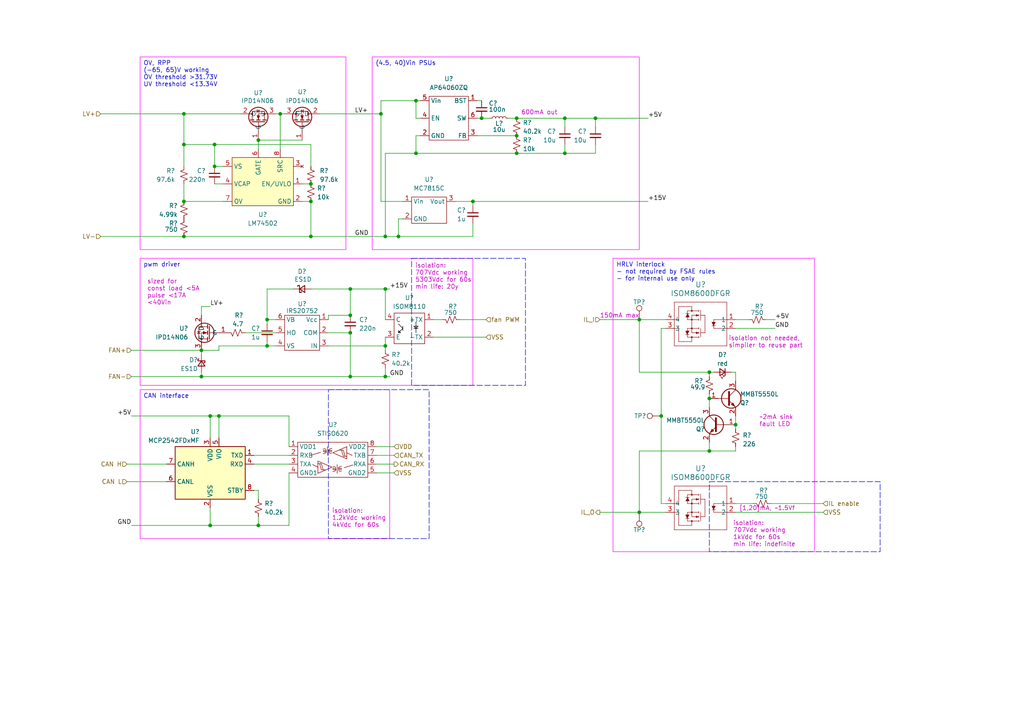
<source format=kicad_sch>
(kicad_sch (version 20250114) (generator "eeschema") (generator_version "9.0")
  (paper "A4")
  (title_block (title "Voltage Tap A") (company "BeeMS"))
  (lib_symbols
    (symbol "Connector:TestPoint" (pin_numbers (hide yes)) (pin_names (offset 0.762) (hide yes))
      (property "Reference" "TP" (at 0 6.858 0))
      (property "Value" "TestPoint" (at 0 5.08 0))
      (symbol "TestPoint_1_1"
        (pin passive line (at 0 0 90) (length 2.54) (name "1") (number "1"))
      )
    )
    (symbol "Device:C_Small" (pin_numbers (hide yes)) (pin_names (offset 0.254) (hide yes))
      (property "Reference" "C" (at 0.254 1.778 0))
      (property "Value" "C_Small" (at 0.254 -2.032 0))
      (symbol "C_Small_1_1"
        (pin passive line (at 0 2.54 270) (length 2.032) (name "~") (number "1"))
        (pin passive line (at 0 -2.54 90) (length 2.032) (name "~") (number "2"))
      )
    )
    (symbol "Device:D_Schottky_Small" (pin_numbers (hide yes)) (pin_names (offset 0.254) (hide yes))
      (property "Reference" "D" (at -1.27 2.032 0))
      (property "Value" "D_Schottky_Small" (at -7.112 -2.032 0))
      (symbol "D_Schottky_Small_1_1"
        (pin passive line (at -2.54 0 0) (length 1.778) (name "K") (number "1"))
        (pin passive line (at 2.54 0 180) (length 1.778) (name "A") (number "2"))
      )
    )
    (symbol "Device:LED_Small" (pin_numbers (hide yes)) (pin_names (offset 0.254) (hide yes))
      (property "Reference" "D" (at -1.27 3.175 0))
      (property "Value" "LED_Small" (at -4.445 -2.54 0))
      (symbol "LED_Small_1_1"
        (pin passive line (at -2.54 0 0) (length 1.778) (name "K") (number "1"))
        (pin passive line (at 2.54 0 180) (length 1.778) (name "A") (number "2"))
      )
    )
    (symbol "Device:L_Small" (pin_numbers (hide yes)) (pin_names (offset 0.254) (hide yes))
      (property "Reference" "L" (at 0.762 1.016 0))
      (property "Value" "L_Small" (at 0.762 -1.016 0))
      (symbol "L_Small_1_1"
        (pin passive line (at 0 2.54 270) (length 0.508) (name "~") (number "1"))
        (pin passive line (at 0 -2.54 90) (length 0.508) (name "~") (number "2"))
      )
    )
    (symbol "Device:R_Small_US" (pin_numbers (hide yes)) (pin_names (offset 0.254) (hide yes))
      (property "Reference" "R" (at 0.762 0.508 0))
      (property "Value" "R_Small_US" (at 0.762 -1.016 0))
      (symbol "R_Small_US_1_1"
        (pin passive line (at 0 2.54 270) (length 1.016) (name "~") (number "1"))
        (pin passive line (at 0 -2.54 90) (length 1.016) (name "~") (number "2"))
      )
    )
    (symbol "Interface_CAN_LIN:MCP2542FDxMF"
      (property "Reference" "U" (at -10.16 8.89 0))
      (property "Value" "MCP2542FDxMF" (at 2.54 8.89 0))
      (symbol "MCP2542FDxMF_1_1"
        (pin input line (at -12.7 5.08 0) (length 2.54) (name "TXD") (number "1"))
        (pin output line (at -12.7 2.54 0) (length 2.54) (name "RXD") (number "4"))
        (pin input line (at -12.7 -5.08 0) (length 2.54) (name "STBY") (number "8"))
        (pin power_in line (at -2.54 10.16 270) (length 2.54) (name "VIO") (number "5"))
        (pin power_in line (at 0 10.16 270) (length 2.54) (name "VDD") (number "3"))
        (pin power_in line (at 0 -10.16 90) (length 2.54) (name "VSS") (number "2"))
        (pin passive line (at 0 -10.16 90) (length 2.54) (hide yes) (name "VSS") (number "9"))
        (pin bidirectional line (at 12.7 2.54 180) (length 2.54) (name "CANH") (number "7"))
        (pin bidirectional line (at 12.7 -2.54 180) (length 2.54) (name "CANL") (number "6"))
      )
    )
    (symbol "Transistor_BJT:MMBT5550L" (pin_names (offset 0) (hide yes))
      (property "Reference" "Q" (at 5.08 1.905 0))
      (property "Value" "MMBT5550L" (at 5.08 0 0))
      (symbol "MMBT5550L_1_1"
        (pin input line (at -5.08 0 0) (length 2.54) (name "B") (number "1"))
        (pin passive line (at 2.54 5.08 270) (length 2.54) (name "C") (number "3"))
        (pin passive line (at 2.54 -5.08 90) (length 2.54) (name "E") (number "2"))
      )
    )
    (symbol "zzLocalLibrary:AP64060ZQ"
      (property "Reference" "U" (at 0.254 6.096 0))
      (property "Value" "AP64060ZQ" (at 0.508 3.81 0))
      (symbol "AP64060ZQ_1_1"
        (pin input line (at -7.62 1.27 0) (length 2.54) (name "Vin") (number "5"))
        (pin input line (at -7.62 -3.81 0) (length 2.54) (name "EN") (number "4"))
        (pin input line (at -7.62 -8.89 0) (length 2.54) (name "GND") (number "2"))
        (pin input line (at 8.89 1.27 180) (length 2.54) (name "BST") (number "1"))
        (pin input line (at 8.89 -3.81 180) (length 2.54) (name "SW") (number "6"))
        (pin input line (at 8.89 -8.89 180) (length 2.54) (name "FB") (number "3"))
      )
    )
    (symbol "zzLocalLibrary:IPD14N06S2"
      (property "Reference" "U" (at 6.858 0.762 0))
      (property "Value" "IPD14N06" (at 6.604 -1.27 0))
      (symbol "IPD14N06S2_1_1"
        (pin input line (at -7.62 0 0) (length 2.54) (name "G") (number "1"))
        (pin passive line (at 0 5.08 270) (length 2.54) (name "D") (number "2"))
        (pin passive line (at 0 -5.08 90) (length 2.54) (name "S") (number "3"))
      )
    )
    (symbol "zzLocalLibrary:IRS20752LTRPBF"
      (property "Reference" "U" (at 0 8.382 0))
      (property "Value" "IRS20752" (at 0 6.35 0))
      (symbol "IRS20752LTRPBF_1_1"
        (pin input line (at -7.62 3.81 0) (length 2.54) (name "Vcc") (number "1"))
        (pin input line (at -7.62 0 0) (length 2.54) (name "COM") (number "2"))
        (pin input line (at -7.62 -3.81 0) (length 2.54) (name "IN") (number "3"))
        (pin input line (at 7.62 3.81 180) (length 2.54) (name "VB") (number "6"))
        (pin input line (at 7.62 0 180) (length 2.54) (name "HO") (number "5"))
        (pin input line (at 7.62 -3.81 180) (length 2.54) (name "VS") (number "4"))
      )
    )
    (symbol "zzLocalLibrary:ISOM811_0_3"
      (property "Reference" "U" (at -0.508 6.858 0))
      (property "Value" "ISOM8110" (at -0.508 5.334 0))
      (symbol "ISOM811_0_3_1_1"
        (pin input line (at -7.62 2.54 0) (length 2.54) (name "+TX") (number "1"))
        (pin input line (at -7.62 -2.54 0) (length 2.54) (name "-TX") (number "2"))
        (pin power_in line (at 6.35 2.54 180) (length 2.54) (name "C") (number "4"))
        (pin power_out line (at 6.35 -2.54 180) (length 2.54) (name "E") (number "3"))
      )
    )
    (symbol "zzLocalLibrary:ISOM8600DFGR" (pin_names (offset 0.254))
      (property "Reference" "U" (at 0 11.43 0))
      (property "Value" "ISOM8600DFGR" (at 0 8.89 0))
      (symbol "ISOM8600DFGR_1_1"
        (pin input line (at -10.16 1.27 0) (length 2.54) (name "1") (number "1"))
        (pin input line (at -10.16 -1.27 0) (length 2.54) (name "2") (number "2"))
        (pin bidirectional line (at 10.16 1.27 180) (length 2.54) (name "4") (number "4"))
        (pin bidirectional line (at 10.16 -1.27 180) (length 2.54) (name "3") (number "3"))
      )
    )
    (symbol "zzLocalLibrary:LM74502"
      (property "Reference" "U" (at 0 -7.366 0))
      (property "Value" "LM74502" (at 0 -2.794 0))
      (symbol "LM74502_1_1"
        (pin input line (at -11.43 5.08 0) (length 2.54) (name "VS") (number "5"))
        (pin input line (at -11.43 0 0) (length 2.54) (name "VCAP") (number "4"))
        (pin input line (at -11.43 -5.08 0) (length 2.54) (name "OV") (number "7"))
        (pin input line (at -1.27 10.16 270) (length 2.54) (name "GATE") (number "6"))
        (pin input line (at 5.08 10.16 270) (length 2.54) (name "SRC") (number "8"))
        (pin no_connect line (at 11.43 5.08 180) (length 2.54) (name "") (number "3"))
        (pin input line (at 11.43 0 180) (length 2.54) (name "EN/UVLO") (number "1"))
        (pin input line (at 11.43 -5.08 180) (length 2.54) (name "GND") (number "2"))
      )
    )
    (symbol "zzLocalLibrary:MC7815C"
      (property "Reference" "U" (at 0 6.858 0))
      (property "Value" "MC7815C" (at 0 5.08 0))
      (symbol "MC7815C_1_1"
        (pin power_in line (at -7.62 2.54 0) (length 2.54) (name "Vin") (number "1"))
        (pin power_in line (at -7.62 -2.54 0) (length 2.54) (name "GND") (number "2"))
        (pin power_out line (at 7.62 2.54 180) (length 2.54) (name "Vout") (number "3"))
      )
    )
    (symbol "zzLocalLibrary:STISO621"
      (property "Reference" "U" (at -0.254 6.35 0))
      (property "Value" "STISO620" (at 0 0 0))
      (symbol "STISO621_1_1"
        (pin input line (at -12.7 3.81 0) (length 2.54) (name "VDD1") (number "1"))
        (pin input line (at -12.7 1.27 0) (length 2.54) (name "RXB") (number "2"))
        (pin input line (at -12.7 -1.27 0) (length 2.54) (name "TXA") (number "3"))
        (pin input line (at -12.7 -3.81 0) (length 2.54) (name "GND1") (number "4"))
        (pin input line (at 12.7 3.81 180) (length 2.54) (name "VDD2") (number "8"))
        (pin input line (at 12.7 1.27 180) (length 2.54) (name "TXB") (number "7"))
        (pin input line (at 12.7 -1.27 180) (length 2.54) (name "RXA") (number "6"))
        (pin input line (at 12.7 -3.81 180) (length 2.54) (name "GND2") (number "5"))
      )
    )
  )
  (rectangle (start 95.25 113.03) (end 124.46 156.21) (stroke (width 0) (type dash)))
  (rectangle (start 119.38 74.93) (end 152.4 111.76) (stroke (width 0) (type dash)))
  (rectangle (start 205.74 139.7) (end 255.27 160.02) (stroke (width 0) (type dash)))
  (text "600mA out" (at 151.13 32.004 0) (effects (font (size 1.27 1.27)) (justify left top)))
  (text "~2mA sink \nfault LED" (at 220.218 120.396 0) (effects (font (size 1.27 1.27)) (justify left top)))
  (text "[1,20]mA, ~1.5Vf" (at 214.376 146.812 0) (effects (font (size 1.27 1.27)) (justify left top)))
  (text "isolation:\n1.2kVdc working\n4kVdc for 60s" (at 96.266 147.574 0) (effects (font (size 1.27 1.27)) (justify left top)))
  (text "isolation:\n707Vdc working\n1kVdc for 60s\nmin life: indefinite" (at 212.598 151.13 0) (effects (font (size 1.27 1.27)) (justify left top)))
  (text "sized for\nconst load <5A\npulse <17A\n<40Vin" (at 42.672 81.026 0) (effects (font (size 1.27 1.27)) (justify left top)))
  (text "isolation:\n707Vdc working\n5303Vdc for 60s\nmin life: 20y" (at 120.396 76.454 0) (effects (font (size 1.27 1.27)) (justify left top)))
  (text "150mA max" (at 173.99 90.932 0) (effects (font (size 1.27 1.27)) (justify left top)))
  (text "isolation not needed,\nsimpiler to reuse part" (at 211.328 97.536 0) (effects (font (size 1.27 1.27)) (justify left top)))
  (text_box "HRLV interlock\n- not required by FSAE rules\n- for internal use only" (at 177.8 74.93 0) (size 58.42 85.09) (margins 0.9525 0.9525 0.9525 0.9525) (stroke (width 0) (color 255 0 255 1)) (effects (font (size 1.27 1.27)) (justify left top)))
  (text_box "CAN interface" (at 40.64 113.03 0) (size 72.39 43.18) (margins 0.9525 0.9525 0.9525 0.9525) (stroke (width 0) (color 255 0 255 1)) (effects (font (size 1.27 1.27)) (justify left top)))
  (text_box "OV, RPP\n(-65, 65)V working\nOV threshold >31.73V\nUV threshold <13.34V" (at 40.64 16.51 0) (size 59.69 55.88) (margins 0.9525 0.9525 0.9525 0.9525) (stroke (width 0) (color 255 0 255 1)) (effects (font (size 1.27 1.27)) (justify left top)))
  (text_box "pwm driver" (at 40.64 74.93 0) (size 96.52 36.83) (margins 0.9525 0.9525 0.9525 0.9525) (stroke (width 0) (color 255 0 255 1)) (effects (font (size 1.27 1.27)) (justify left top)))
  (text_box "(4.5, 40)Vin PSUs" (at 107.95 16.51 0) (size 77.47 55.88) (margins 0.9525 0.9525 0.9525 0.9525) (stroke (width 0) (color 255 0 255 1)) (effects (font (size 1.27 1.27)) (justify left top)))
  (junction (at 139.7 34.29))
  (junction (at 81.28 33.02))
  (junction (at 149.86 34.29))
  (junction (at 137.16 58.42))
  (junction (at 205.74 130.81))
  (junction (at 111.76 83.82))
  (junction (at 62.23 41.91))
  (junction (at 63.5 120.65))
  (junction (at 60.96 152.4))
  (junction (at 60.96 120.65))
  (junction (at 53.34 41.91))
  (junction (at 74.93 40.64))
  (junction (at 101.6 109.22))
  (junction (at 205.74 107.95))
  (junction (at 163.83 44.45))
  (junction (at 191.77 120.65))
  (junction (at 77.47 92.71))
  (junction (at 213.36 123.19))
  (junction (at 62.23 48.26))
  (junction (at 149.86 39.37))
  (junction (at 53.34 68.58))
  (junction (at 149.86 44.45))
  (junction (at 205.74 115.57))
  (junction (at 111.76 100.33))
  (junction (at 101.6 83.82))
  (junction (at 115.57 68.58))
  (junction (at 53.34 58.42))
  (junction (at 90.17 58.42))
  (junction (at 74.93 152.4))
  (junction (at 111.76 109.22))
  (junction (at 101.6 91.44))
  (junction (at 101.6 96.52))
  (junction (at 120.65 44.45))
  (junction (at 53.34 33.02))
  (junction (at 58.42 109.22))
  (junction (at 185.42 92.71))
  (junction (at 58.42 101.6))
  (junction (at 111.76 68.58))
  (junction (at 90.17 68.58))
  (junction (at 185.42 148.59))
  (junction (at 120.65 29.21))
  (junction (at 77.47 100.33))
  (junction (at 110.49 33.02))
  (junction (at 163.83 34.29))
  (junction (at 172.72 34.29))
  (junction (at 90.17 53.34))
  (wire (pts (xy 116.84 63.5) (xy 115.57 63.5)))
  (wire (pts (xy 205.74 128.27) (xy 205.74 130.81)))
  (wire (pts (xy 173.99 92.71) (xy 185.42 92.71)))
  (wire (pts (xy 191.77 95.25) (xy 193.04 95.25)))
  (wire (pts (xy 205.74 130.81) (xy 213.36 130.81)))
  (wire (pts (xy 38.1 109.22) (xy 58.42 109.22)))
  (wire (pts (xy 63.5 100.33) (xy 63.5 101.6)))
  (wire (pts (xy 77.47 100.33) (xy 77.47 99.06)))
  (wire (pts (xy 53.34 41.91) (xy 53.34 48.26)))
  (wire (pts (xy 60.96 88.9) (xy 58.42 88.9)))
  (wire (pts (xy 191.77 95.25) (xy 191.77 120.65)))
  (wire (pts (xy 36.83 139.7) (xy 48.26 139.7)))
  (wire (pts (xy 125.73 92.71) (xy 128.27 92.71)))
  (wire (pts (xy 90.17 48.26) (xy 90.17 41.91)))
  (wire (pts (xy 80.01 100.33) (xy 77.47 100.33)))
  (wire (pts (xy 83.82 120.65) (xy 83.82 129.54)))
  (wire (pts (xy 149.86 44.45) (xy 163.83 44.45)))
  (wire (pts (xy 139.7 34.29) (xy 142.24 34.29)))
  (wire (pts (xy 77.47 92.71) (xy 80.01 92.71)))
  (wire (pts (xy 83.82 137.16) (xy 83.82 152.4)))
  (wire (pts (xy 90.17 83.82) (xy 101.6 83.82)))
  (wire (pts (xy 81.28 33.02) (xy 82.55 33.02)))
  (wire (pts (xy 60.96 152.4) (xy 60.96 147.32)))
  (wire (pts (xy 110.49 29.21) (xy 120.65 29.21)))
  (wire (pts (xy 163.83 36.83) (xy 163.83 34.29)))
  (wire (pts (xy 111.76 83.82) (xy 101.6 83.82)))
  (wire (pts (xy 53.34 53.34) (xy 53.34 58.42)))
  (wire (pts (xy 87.63 53.34) (xy 90.17 53.34)))
  (wire (pts (xy 138.43 34.29) (xy 139.7 34.29)))
  (wire (pts (xy 29.21 33.02) (xy 53.34 33.02)))
  (wire (pts (xy 60.96 120.65) (xy 63.5 120.65)))
  (wire (pts (xy 101.6 83.82) (xy 101.6 91.44)))
  (wire (pts (xy 74.93 144.78) (xy 74.93 142.24)))
  (wire (pts (xy 58.42 107.95) (xy 58.42 109.22)))
  (wire (pts (xy 115.57 68.58) (xy 137.16 68.58)))
  (wire (pts (xy 205.74 114.3) (xy 205.74 115.57)))
  (wire (pts (xy 114.3 134.62) (xy 109.22 134.62)))
  (wire (pts (xy 60.96 152.4) (xy 74.93 152.4)))
  (wire (pts (xy 111.76 100.33) (xy 111.76 101.6)))
  (wire (pts (xy 205.74 107.95) (xy 207.01 107.95)))
  (wire (pts (xy 38.1 101.6) (xy 58.42 101.6)))
  (wire (pts (xy 38.1 120.65) (xy 60.96 120.65)))
  (wire (pts (xy 185.42 148.59) (xy 193.04 148.59)))
  (wire (pts (xy 74.93 40.64) (xy 74.93 43.18)))
  (wire (pts (xy 191.77 146.05) (xy 193.04 146.05)))
  (wire (pts (xy 137.16 58.42) (xy 187.96 58.42)))
  (wire (pts (xy 29.21 68.58) (xy 53.34 68.58)))
  (wire (pts (xy 120.65 29.21) (xy 121.92 29.21)))
  (wire (pts (xy 205.74 115.57) (xy 205.74 118.11)))
  (wire (pts (xy 60.96 120.65) (xy 60.96 127)))
  (wire (pts (xy 163.83 34.29) (xy 149.86 34.29)))
  (wire (pts (xy 213.36 148.59) (xy 238.76 148.59)))
  (wire (pts (xy 53.34 68.58) (xy 90.17 68.58)))
  (wire (pts (xy 163.83 34.29) (xy 172.72 34.29)))
  (wire (pts (xy 222.25 92.71) (xy 224.79 92.71)))
  (wire (pts (xy 90.17 58.42) (xy 90.17 68.58)))
  (wire (pts (xy 172.72 44.45) (xy 163.83 44.45)))
  (wire (pts (xy 213.36 92.71) (xy 217.17 92.71)))
  (wire (pts (xy 53.34 33.02) (xy 69.85 33.02)))
  (wire (pts (xy 58.42 88.9) (xy 58.42 91.44)))
  (wire (pts (xy 58.42 109.22) (xy 101.6 109.22)))
  (wire (pts (xy 62.23 48.26) (xy 64.77 48.26)))
  (wire (pts (xy 213.36 130.81) (xy 213.36 129.54)))
  (wire (pts (xy 110.49 58.42) (xy 110.49 33.02)))
  (wire (pts (xy 95.25 91.44) (xy 95.25 92.71)))
  (wire (pts (xy 73.66 132.08) (xy 83.82 132.08)))
  (wire (pts (xy 62.23 53.34) (xy 64.77 53.34)))
  (wire (pts (xy 95.25 100.33) (xy 111.76 100.33)))
  (wire (pts (xy 38.1 152.4) (xy 60.96 152.4)))
  (wire (pts (xy 80.01 33.02) (xy 81.28 33.02)))
  (wire (pts (xy 115.57 63.5) (xy 115.57 68.58)))
  (wire (pts (xy 213.36 120.65) (xy 213.36 123.19)))
  (wire (pts (xy 120.65 44.45) (xy 149.86 44.45)))
  (wire (pts (xy 63.5 120.65) (xy 63.5 127)))
  (wire (pts (xy 111.76 109.22) (xy 113.03 109.22)))
  (wire (pts (xy 147.32 34.29) (xy 149.86 34.29)))
  (wire (pts (xy 111.76 44.45) (xy 120.65 44.45)))
  (wire (pts (xy 101.6 109.22) (xy 101.6 96.52)))
  (wire (pts (xy 74.93 40.64) (xy 87.63 40.64)))
  (wire (pts (xy 137.16 59.69) (xy 137.16 58.42)))
  (wire (pts (xy 212.09 107.95) (xy 213.36 107.95)))
  (wire (pts (xy 90.17 41.91) (xy 62.23 41.91)))
  (wire (pts (xy 110.49 29.21) (xy 110.49 33.02)))
  (wire (pts (xy 95.25 91.44) (xy 101.6 91.44)))
  (wire (pts (xy 77.47 93.98) (xy 77.47 92.71)))
  (wire (pts (xy 63.5 120.65) (xy 83.82 120.65)))
  (wire (pts (xy 80.01 96.52) (xy 71.12 96.52)))
  (wire (pts (xy 120.65 39.37) (xy 120.65 44.45)))
  (wire (pts (xy 90.17 68.58) (xy 111.76 68.58)))
  (wire (pts (xy 187.96 34.29) (xy 172.72 34.29)))
  (wire (pts (xy 121.92 39.37) (xy 120.65 39.37)))
  (wire (pts (xy 111.76 44.45) (xy 111.76 68.58)))
  (wire (pts (xy 74.93 142.24) (xy 73.66 142.24)))
  (wire (pts (xy 74.93 152.4) (xy 74.93 149.86)))
  (wire (pts (xy 92.71 33.02) (xy 110.49 33.02)))
  (wire (pts (xy 205.74 107.95) (xy 205.74 109.22)))
  (wire (pts (xy 53.34 33.02) (xy 53.34 41.91)))
  (wire (pts (xy 111.76 100.33) (xy 111.76 97.79)))
  (wire (pts (xy 114.3 137.16) (xy 109.22 137.16)))
  (wire (pts (xy 111.76 68.58) (xy 115.57 68.58)))
  (wire (pts (xy 77.47 100.33) (xy 63.5 100.33)))
  (wire (pts (xy 114.3 132.08) (xy 109.22 132.08)))
  (wire (pts (xy 53.34 58.42) (xy 64.77 58.42)))
  (wire (pts (xy 137.16 58.42) (xy 132.08 58.42)))
  (wire (pts (xy 213.36 146.05) (xy 218.44 146.05)))
  (wire (pts (xy 185.42 92.71) (xy 193.04 92.71)))
  (wire (pts (xy 62.23 41.91) (xy 53.34 41.91)))
  (wire (pts (xy 36.83 134.62) (xy 48.26 134.62)))
  (wire (pts (xy 111.76 106.68) (xy 111.76 109.22)))
  (wire (pts (xy 172.72 41.91) (xy 172.72 44.45)))
  (wire (pts (xy 138.43 29.21) (xy 139.7 29.21)))
  (wire (pts (xy 73.66 134.62) (xy 83.82 134.62)))
  (wire (pts (xy 62.23 41.91) (xy 62.23 48.26)))
  (wire (pts (xy 77.47 83.82) (xy 77.47 92.71)))
  (wire (pts (xy 173.99 148.59) (xy 185.42 148.59)))
  (wire (pts (xy 185.42 130.81) (xy 205.74 130.81)))
  (wire (pts (xy 81.28 33.02) (xy 81.28 43.18)))
  (wire (pts (xy 121.92 34.29) (xy 120.65 34.29)))
  (wire (pts (xy 137.16 68.58) (xy 137.16 64.77)))
  (wire (pts (xy 110.49 58.42) (xy 116.84 58.42)))
  (wire (pts (xy 213.36 95.25) (xy 224.79 95.25)))
  (wire (pts (xy 125.73 97.79) (xy 140.97 97.79)))
  (wire (pts (xy 185.42 107.95) (xy 185.42 92.71)))
  (wire (pts (xy 58.42 101.6) (xy 58.42 102.87)))
  (wire (pts (xy 113.03 83.82) (xy 111.76 83.82)))
  (wire (pts (xy 101.6 109.22) (xy 111.76 109.22)))
  (wire (pts (xy 163.83 44.45) (xy 163.83 41.91)))
  (wire (pts (xy 95.25 96.52) (xy 101.6 96.52)))
  (wire (pts (xy 120.65 34.29) (xy 120.65 29.21)))
  (wire (pts (xy 213.36 124.46) (xy 213.36 123.19)))
  (wire (pts (xy 185.42 107.95) (xy 205.74 107.95)))
  (wire (pts (xy 74.93 152.4) (xy 83.82 152.4)))
  (wire (pts (xy 149.86 39.37) (xy 138.43 39.37)))
  (wire (pts (xy 223.52 146.05) (xy 238.76 146.05)))
  (wire (pts (xy 191.77 120.65) (xy 191.77 146.05)))
  (wire (pts (xy 114.3 129.54) (xy 109.22 129.54)))
  (wire (pts (xy 85.09 83.82) (xy 77.47 83.82)))
  (wire (pts (xy 111.76 83.82) (xy 111.76 92.71)))
  (wire (pts (xy 185.42 130.81) (xy 185.42 148.59)))
  (wire (pts (xy 63.5 101.6) (xy 58.42 101.6)))
  (wire (pts (xy 90.17 58.42) (xy 87.63 58.42)))
  (wire (pts (xy 172.72 34.29) (xy 172.72 36.83)))
  (wire (pts (xy 133.35 92.71) (xy 140.97 92.71)))
  (wire (pts (xy 213.36 107.95) (xy 213.36 110.49)))
  (label "GND" (at 113.03 109.22 0))
  (label "GND" (at 102.87 68.58 0))
  (label "+15V" (at 187.96 58.42 0))
  (label "+5V" (at 38.1 120.65 180))
  (label "+15V" (at 113.03 83.82 0))
  (label "+5V" (at 187.96 34.29 0))
  (label "GND" (at 224.79 95.25 0))
  (label "+5V" (at 224.79 92.71 0))
  (label "LV+" (at 60.96 88.9 0))
  (label "GND" (at 38.1 152.4 180))
  (label "LV+" (at 102.87 33.02 0))
  (hierarchical_label "CAN L" (shape input) (at 36.83 139.7 180))
  (hierarchical_label "FAN-" (shape input) (at 38.1 109.22 180))
  (hierarchical_label "CAN_RX" (shape output) (at 114.3 134.62 0))
  (hierarchical_label "fan PWM" (shape input) (at 140.97 92.71 0))
  (hierarchical_label "FAN+" (shape input) (at 38.1 101.6 180))
  (hierarchical_label "IL_I" (shape input) (at 173.99 92.71 180))
  (hierarchical_label "LV-" (shape input) (at 29.21 68.58 180))
  (hierarchical_label "IL_O" (shape output) (at 173.99 148.59 180))
  (hierarchical_label "IL enable" (shape input) (at 238.76 146.05 0))
  (hierarchical_label "CAN_TX" (shape input) (at 114.3 132.08 0))
  (hierarchical_label "VSS" (shape input) (at 114.3 137.16 0))
  (hierarchical_label "VSS" (shape input) (at 140.97 97.79 0))
  (hierarchical_label "VSS" (shape input) (at 238.76 148.59 0))
  (hierarchical_label "LV+" (shape input) (at 29.21 33.02 180))
  (hierarchical_label "CAN H" (shape input) (at 36.83 134.62 180))
  (hierarchical_label "VDD" (shape input) (at 114.3 129.54 0))
  (symbol (lib_id "Device:R_Small_US") (at 130.81 92.71 90) (mirror x) (unit 1)
    (property "Reference" "R?" (at 132.588 88.9 90) (effects (justify left)))
    (property "Value" "750" (at 132.588 90.678 90) (effects (justify left)))
    (property "Footprint" "Resistor_SMD:R_1206_3216Metric_Pad1.30x1.75mm_HandSolder" (effects (hide yes)))
    (property "Datasheet" "https://www.mouser.com/ProductDetail/Panasonic/ERJ-P08F6800V?qs=iIVTEDlrHA3SVAPfz%2FMedg%3D%3D" (effects (hide yes)))
    (property "Description" "Resistor, US symbol" (effects (hide yes)))
    (property "mouser" "https://www.mouser.com/ProductDetail/YAGEO/RC1206JR-13750RL?qs=sGAEpiMZZMvdGkrng054t8AJgcdMkx7xRBGyMWDk%2FFM%3D" (effects (hide yes)))
    (property "specs" "750mOhm, 250mW, 5%, 100PPM, 200C, -55C, +155C" (effects (hide yes)))
    (property "unit x10" "0.022" (effects (hide yes)))
    (property "unit x1" "0.1" (effects (hide yes)))
  )
  (symbol (lib_id "Connector:TestPoint") (at 191.77 120.65 90) (unit 1) (in_bom no)
    (property "Reference" "TP?" (at 187.452 120.65 90) (effects (justify left)))
    (property "Value" "TestPoint" (effects (hide yes)))
    (property "Footprint" "TestPoint:TestPoint_Loop_D2.50mm_Drill1.0mm_LowProfile" (effects (hide yes)))
    (property "Description" "test point" (effects (hide yes)))
  )
  (symbol (lib_id "Device:R_Small_US") (at 74.93 147.32 180) (unit 1)
    (property "Reference" "R?" (at 76.708 146.05 0) (effects (justify right)))
    (property "Value" "40.2k" (at 76.708 148.59 0) (effects (justify right)))
    (property "Footprint" "Resistor_SMD:R_0805_2012Metric_Pad1.20x1.40mm_HandSolder" (effects (hide yes)))
    (property "Description" "Resistor, US symbol" (effects (hide yes)))
    (property "mouser" "https://www.mouser.com/ProductDetail/KOA-Speer/RK73H2ATTD4022F?qs=sGAEpiMZZMvdGkrng054txknJuA7M8fa4wn7EqIHwNI%3D" (effects (hide yes)))
    (property "specs" "40.2k ohm, 250mW, 1%, 150V, 100ppm, -55C, +155C" (effects (hide yes)))
    (property "unit x10" "0.02" (effects (hide yes)))
    (property "unit x1" "0.1" (effects (hide yes)))
  )
  (symbol (lib_id "Device:C_Small") (at 101.6 93.98 0) (unit 1)
    (property "Reference" "C?" (at 104.14 92.7162 0) (effects (justify left)))
    (property "Value" "220n" (at 104.14 95.2562 0) (effects (justify left)))
    (property "Footprint" "Capacitor_SMD:C_0805_2012Metric_Pad1.18x1.45mm_HandSolder" (effects (hide yes)))
    (property "Datasheet" "https://www.mouser.com/ProductDetail/Samsung-Electro-Mechanics/CL31B224KBFNNNF?qs=sGAEpiMZZMsh%252B1woXyUXj7iNKXiFkBmw7C%252BUlKpuDJ8%3D" (effects (hide yes)))
    (property "mouser" "https://www.mouser.com/ProductDetail/Samsung-Electro-Mechanics/CL21B224KCFSFNE?qs=664zcAxDQ0l4Y1eUk6Zc1g%3D%3D" (effects (hide yes)))
    (property "specs" "100VDC, X7R, 10%, -55C, +125C, 220nF" (effects (hide yes)))
    (property "unit x10" "0.054" (effects (hide yes)))
  )
  (symbol (lib_id "zzLocalLibrary:IPD14N06S2") (at 74.93 33.02 90) (unit 1)
    (property "Reference" "U?" (at 76.2 26.924 90) (effects (justify left)))
    (property "Value" "IPD14N06" (at 79.502 29.21 90) (effects (justify left)))
    (property "Footprint" "Package_TO_SOT_SMD:TO-252-2" (effects (hide yes)))
    (property "Datasheet" "https://www.mouser.com/datasheet/3/70/1/Infineon_IPD14N06S2_80_DS_v01_00_en.pdf" (effects (hide yes)))
    (property "Description" "55Vds, 17A cont, +-20Vgs, 3Vth, 47W, 80mOhm, -55C, +175C" (effects (hide yes)))
    (property "specs" "55Vds, 17A cont, +-20Vgs, 3Vth, 47W, 80mOhm, -55C, +175C " (effects (hide yes)))
    (property "mouser" "https://www.mouser.com/ProductDetail/Infineon-Technologies/IPD14N06S280ATMA2?qs=RJIhqtkBntOAqsj9jaDfIg%3D%3D" (effects (hide yes)))
    (property "unit x10" "0.345" (effects (hide yes)))
    (property "unit x1" "0.35" (effects (hide yes)))
  )
  (symbol (lib_id "Transistor_BJT:MMBT5550L") (at 210.82 115.57 0) (unit 1)
    (property "Reference" "Q?" (at 214.63 116.8401 0) (effects (justify left)))
    (property "Value" "MMBT5550L" (at 214.63 114.3001 0) (effects (justify left)))
    (property "Footprint" "Package_TO_SOT_SMD:SOT-23" (effects (hide yes)))
    (property "Datasheet" "www.onsemi.com/pub/Collateral/MMBT5550LT1-D.PDF" (effects (hide yes)))
    (property "Description" "0.6A Ic, 140V Vce, NPN Transistor, SOT-23" (effects (hide yes)))
    (property "mouser" "https://www.mouser.com/ProductDetail/onsemi/MMBT5550LT1G?qs=R2UZ7gjkEjKW3fmkaqXxTw%3D%3D" (effects (hide yes)))
    (property "unit x10" "0.087" (effects (hide yes)))
    (property "unit x1" "0.14" (effects (hide yes)))
  )
  (symbol (lib_id "zzLocalLibrary:MC7815C") (at 124.46 60.96 0) (unit 1)
    (property "Reference" "U?" (at 124.46 52.07 0))
    (property "Value" "MC7815C" (at 124.46 54.61 0))
    (property "Footprint" "Package_TO_SOT_SMD:TO-252-2" (effects (hide yes)))
    (property "Description" "LDO, 18Vout , 1A peak out, 200mA short, <35Vin, 6.5mA quen, 55mV load reg" (effects (hide yes)))
    (property "mouser" "https://www.mouser.com/ProductDetail/onsemi/MC7815CDTRKG?qs=%252B9%2Fcbd0IE0SW4oplppOwag%3D%3D&srsltid=AfmBOooVxbNCgvRQast1FGksjoJVZckKGH49eTexzE4ztjXgjhLzqzNt" (effects (hide yes)))
    (property "unit x10" "0.317" (effects (hide yes)))
    (property "unit x1" "0.45" (effects (hide yes)))
  )
  (symbol (lib_id "Interface_CAN_LIN:MCP2542FDxMF") (at 60.96 137.16 0) (mirror y) (unit 1)
    (property "Reference" "U?" (at 57.912 125.222 0) (effects (justify left)))
    (property "Value" "MCP2542FDxMF" (at 57.912 127.762 0) (effects (justify left)))
    (property "Footprint" "Package_SO:SOIC-8_3.9x4.9mm_P1.27mm" (effects (hide yes)))
    (property "Datasheet" "http://ww1.microchip.com/downloads/en/DeviceDoc/MCP2542FD-4FD-MCP2542WFD-4WFD-Data-Sheet20005514B.pdf" (effects (hide yes)))
    (property "Description" "CAN-FD Transceiver, Wake-Up on CAN activity, 8Mbps, 5V supply, STBY pin, 3x3 DFN-8" (effects (hide yes)))
    (property "mouser" "https://www.mouser.com/ProductDetail/579-MCP2542FD-E-SN" (effects (hide yes)))
    (property "unit x10" "0.86" (effects (hide yes)))
  )
  (symbol (lib_id "zzLocalLibrary:ISOM8600DFGR") (at 203.2 147.32 0) (mirror y) (unit 1)
    (property "Reference" "U?" (at 203.2 135.89 0) (effects (font (size 1.524 1.524))))
    (property "Value" "ISOM8600DFGR" (at 203.2 138.43 0) (effects (font (size 1.524 1.524))))
    (property "Footprint" "zzLocalLibraries-Footprints:SOIC4_DFG_TEX-M" (effects (hide yes)))
    (property "Datasheet" "https://www.ti.com/lit/gpn/isom8600" (effects (hide yes)))
    (property "mouser" "https://www.mouser.com/ProductDetail/Texas-Instruments/ISOM8600DFGR?qs=IKkN%2F947nfDtXT3NS%252B87%2Fg%3D%3D" (effects (hide yes)))
    (property "unit x10" "0.735" (effects (hide yes)))
    (property "unit x1" "0.82" (effects (hide yes)))
  )
  (symbol (lib_id "Device:R_Small_US") (at 90.17 55.88 180) (unit 1)
    (property "Reference" "R?" (at 91.948 54.61 0) (effects (justify right)))
    (property "Value" "10k" (at 91.948 57.15 0) (effects (justify right)))
    (property "Footprint" "Resistor_SMD:R_0805_2012Metric_Pad1.20x1.40mm_HandSolder" (effects (hide yes)))
    (property "Description" "Resistor, US symbol" (effects (hide yes)))
    (property "mouser" "https://www.mouser.com/ProductDetail/YAGEO/AC0805FR-7W10KL?qs=sGAEpiMZZMvdGkrng054t4v35oYz4BJEgsNpGKlk%252BQ%2FXDjzK07E4tA%3D%3D" (effects (hide yes)))
    (property "specs" "10k , 250mW, 150V, 1%, 100ppm, -55C, +155C" (effects (hide yes)))
    (property "unit x10" "0.015" (effects (hide yes)))
    (property "unit x1" "0.1" (effects (hide yes)))
  )
  (symbol (lib_id "Device:C_Small") (at 137.16 62.23 0) (mirror y) (unit 1)
    (property "Reference" "C?" (at 135.128 60.96 0) (effects (justify left)))
    (property "Value" "1u" (at 135.128 63.5 0) (effects (justify left)))
    (property "Footprint" "Capacitor_SMD:C_1206_3216Metric_Pad1.33x1.80mm_HandSolder" (effects (hide yes)))
    (property "mouser" "https://www.mouser.com/ProductDetail/Samsung-Electro-Mechanics/CL31B105KCHNNNE?qs=349EhDEZ59qH1i3RhF2lug%3D%3D" (effects (hide yes)))
    (property "specs" "1uF, 100VDC, X7R, 10%, -55C, +125C" (effects (hide yes)))
    (property "unit x10" "0.061" (effects (hide yes)))
    (property "unit x1" "0.15" (effects (hide yes)))
  )
  (symbol (lib_id "Device:R_Small_US") (at 205.74 111.76 0) (mirror x) (unit 1)
    (property "Reference" "R?" (at 203.962 110.49 0) (effects (justify right)))
    (property "Value" "49.9" (at 200.152 112.268 0) (effects (justify left)))
    (property "Footprint" "Resistor_SMD:R_0805_2012Metric_Pad1.20x1.40mm_HandSolder" (effects (hide yes)))
    (property "Description" "Resistor, US symbol" (effects (hide yes)))
    (property "mouser" "https://www.mouser.com/ProductDetail/Vishay/CRCW080549R9FKEA?qs=sGAEpiMZZMvdGkrng054txEw7b1YnvGudG63Yk9YxfA%3D" (effects (hide yes)))
    (property "specs" "49.9 ohm, 250mW, 1% , 150V, 100ppm" (effects (hide yes)))
    (property "unit x10" "0.026" (effects (hide yes)))
    (property "unit x1" "0.1" (effects (hide yes)))
  )
  (symbol (lib_id "Device:C_Small") (at 172.72 39.37 0) (mirror y) (unit 1)
    (property "Reference" "C?" (at 170.18 38.1062 0) (effects (justify left)))
    (property "Value" "10u" (at 170.18 40.6462 0) (effects (justify left)))
    (property "Footprint" "Capacitor_SMD:C_1206_3216Metric_Pad1.33x1.80mm_HandSolder" (effects (hide yes)))
    (property "mouser" "https://www.mouser.com/ProductDetail/Samsung-Electro-Mechanics/CL31A106KBHNNNE?qs=sGAEpiMZZMsh%252B1woXyUXjxqcB7t9naYpzWmpMbMJIKQ%3D" (effects (hide yes)))
    (property "specs" "10uF, 50VDC, X5R, 10%, -55C, +85C" (effects (hide yes)))
    (property "unit x10" "0.07" (effects (hide yes)))
  )
  (symbol (lib_id "Device:R_Small_US") (at 219.71 92.71 90) (mirror x) (unit 1)
    (property "Reference" "R?" (at 221.488 88.9 90) (effects (justify left)))
    (property "Value" "750" (at 221.488 90.678 90) (effects (justify left)))
    (property "Footprint" "Resistor_SMD:R_1206_3216Metric_Pad1.30x1.75mm_HandSolder" (effects (hide yes)))
    (property "Datasheet" "https://www.mouser.com/ProductDetail/Panasonic/ERJ-P08F6800V?qs=iIVTEDlrHA3SVAPfz%2FMedg%3D%3D" (effects (hide yes)))
    (property "Description" "Resistor, US symbol" (effects (hide yes)))
    (property "mouser" "https://www.mouser.com/ProductDetail/YAGEO/RC1206JR-13750RL?qs=sGAEpiMZZMvdGkrng054t8AJgcdMkx7xRBGyMWDk%2FFM%3D" (effects (hide yes)))
    (property "specs" "750mOhm, 250mW, 5%, 100PPM, 200C, -55C, +155C" (effects (hide yes)))
    (property "unit x10" "0.022" (effects (hide yes)))
    (property "unit x1" "0.1" (effects (hide yes)))
  )
  (symbol (lib_id "Device:R_Small_US") (at 90.17 50.8 180) (unit 1)
    (property "Reference" "R?" (at 92.71 49.5299 0) (effects (justify right)))
    (property "Value" "97.6k" (at 92.71 52.0699 0) (effects (justify right)))
    (property "Footprint" "Resistor_SMD:R_0805_2012Metric_Pad1.20x1.40mm_HandSolder" (effects (hide yes)))
    (property "Description" "Resistor, small US symbol" (effects (hide yes)))
    (property "mouser" "https://www.mouser.com/ProductDetail/KOA-Speer/RK73H2ATTD9762F?qs=sGAEpiMZZMvdGkrng054tz%252BUJoUq5nhIYmtkGFxIWAo%3D" (effects (hide yes)))
    (property "unit x10" "0.02" (effects (hide yes)))
    (property "unit x1" "0.1" (effects (hide yes)))
    (property "specs " "250mW, 97.6k, 1%, 100ppm, -55c, +155c, 150V" (effects (hide yes)))
  )
  (symbol (lib_id "Device:L_Small") (at 144.78 34.29 270) (mirror x) (unit 1)
    (property "Reference" "L?" (at 144.78 35.814 90))
    (property "Value" "10u" (at 144.78 37.592 90))
    (property "Footprint" "Inductor_SMD:L_1210_3225Metric_Pad1.42x2.65mm_HandSolder" (effects (hide yes)))
    (property "Description" "Inductor, small symbol" (effects (hide yes)))
    (property "mouser" "https://www.mouser.com/ProductDetail/TAIYO-YUDEN/BRL3225T100K?qs=sGAEpiMZZMv126LJFLh8y8CHgMb6WLnpT1waIvkMToE%3D" (effects (hide yes)))
    (property "unit x10" "0.146" (effects (hide yes)))
    (property "unit x1" "0.18" (effects (hide yes)))
    (property "specs" "10uH, 420mOhm, 700mA max, 900mA sat, 10%,  70MHz rez" (effects (hide yes)))
  )
  (symbol (lib_id "Device:LED_Small") (at 209.55 107.95 180) (unit 1)
    (property "Reference" "D?" (at 209.55 102.87 0))
    (property "Value" "red" (at 209.55 105.41 0))
    (property "Footprint" "LED_SMD:LED_0805_2012Metric_Pad1.15x1.40mm_HandSolder" (effects (hide yes)))
    (property "Description" "Light emitting diode, small symbol" (effects (hide yes)))
    (property "specs" "5mA, 75mW, 1.8Vf, 5Vr, 622nm, 35mcd" (effects (hide yes)))
    (property "mouser" "https://www.mouser.com/ProductDetail/Inolux/IN-S85CS5R?qs=stqOd1AaK7%2F0oCzTIXliSw%3D%3D" (effects (hide yes)))
    (property "unit x10" "0.14" (effects (hide yes)))
    (property "unit x1" "0.21" (effects (hide yes)))
  )
  (symbol (lib_id "Device:C_Small") (at 77.47 96.52 0) (mirror y) (unit 1)
    (property "Reference" "C?" (at 75.438 95.25 0) (effects (justify left)))
    (property "Value" "1u" (at 75.438 97.79 0) (effects (justify left)))
    (property "Footprint" "Capacitor_SMD:C_1206_3216Metric_Pad1.33x1.80mm_HandSolder" (effects (hide yes)))
    (property "mouser" "https://www.mouser.com/ProductDetail/Samsung-Electro-Mechanics/CL31B105KCHNNNE?qs=349EhDEZ59qH1i3RhF2lug%3D%3D" (effects (hide yes)))
    (property "specs" "1uF, 100VDC, X7R, 10%, -55C, +125C" (effects (hide yes)))
    (property "unit x10" "0.061" (effects (hide yes)))
    (property "unit x1" "0.15" (effects (hide yes)))
  )
  (symbol (lib_id "Device:R_Small_US") (at 53.34 66.04 0) (mirror x) (unit 1)
    (property "Reference" "R?" (at 49.022 64.77 0) (effects (justify left)))
    (property "Value" "750" (at 47.752 66.548 0) (effects (justify left)))
    (property "Footprint" "Resistor_SMD:R_1206_3216Metric_Pad1.30x1.75mm_HandSolder" (effects (hide yes)))
    (property "Datasheet" "https://www.mouser.com/ProductDetail/Panasonic/ERJ-P08F6800V?qs=iIVTEDlrHA3SVAPfz%2FMedg%3D%3D" (effects (hide yes)))
    (property "Description" "Resistor, US symbol" (effects (hide yes)))
    (property "mouser" "https://www.mouser.com/ProductDetail/YAGEO/RC1206JR-13750RL?qs=sGAEpiMZZMvdGkrng054t8AJgcdMkx7xRBGyMWDk%2FFM%3D" (effects (hide yes)))
    (property "specs" "750mOhm, 250mW, 5%, 100PPM, 200C, -55C, +155C" (effects (hide yes)))
    (property "unit x10" "0.022" (effects (hide yes)))
    (property "unit x1" "0.1" (effects (hide yes)))
  )
  (symbol (lib_id "zzLocalLibrary:ISOM8600DFGR") (at 203.2 93.98 0) (mirror y) (unit 1)
    (property "Reference" "U?" (at 203.2 82.55 0) (effects (font (size 1.524 1.524))))
    (property "Value" "ISOM8600DFGR" (at 203.2 85.09 0) (effects (font (size 1.524 1.524))))
    (property "Footprint" "zzLocalLibraries-Footprints:SOIC4_DFG_TEX-M" (effects (hide yes)))
    (property "Datasheet" "https://www.ti.com/lit/gpn/isom8600" (effects (hide yes)))
    (property "mouser" "https://www.mouser.com/ProductDetail/Texas-Instruments/ISOM8600DFGR?qs=IKkN%2F947nfDtXT3NS%252B87%2Fg%3D%3D" (effects (hide yes)))
    (property "unit x10" "0.735" (effects (hide yes)))
    (property "unit x1" "0.82" (effects (hide yes)))
  )
  (symbol (lib_id "zzLocalLibrary:IPD14N06S2") (at 87.63 33.02 270) (mirror x) (unit 1)
    (property "Reference" "U?" (at 87.63 26.67 90))
    (property "Value" "IPD14N06" (at 87.63 29.21 90))
    (property "Footprint" "Package_TO_SOT_SMD:TO-252-2" (effects (hide yes)))
    (property "Datasheet" "https://www.mouser.com/datasheet/3/70/1/Infineon_IPD14N06S2_80_DS_v01_00_en.pdf" (effects (hide yes)))
    (property "Description" "55Vds, 17A cont, +-20Vgs, 3Vth, 47W, 80mOhm, -55C, +175C" (effects (hide yes)))
    (property "specs" "55Vds, 17A cont, +-20Vgs, 3Vth, 47W, 80mOhm, -55C, +175C " (effects (hide yes)))
    (property "mouser" "https://www.mouser.com/ProductDetail/Infineon-Technologies/IPD14N06S280ATMA2?qs=RJIhqtkBntOAqsj9jaDfIg%3D%3D" (effects (hide yes)))
    (property "unit x10" "0.345" (effects (hide yes)))
    (property "unit x1" "0.35" (effects (hide yes)))
  )
  (symbol (lib_id "zzLocalLibrary:ISOM811_0_3") (at 118.11 95.25 0) (mirror y) (unit 1)
    (property "Reference" "U?" (at 118.745 86.36 0))
    (property "Value" "ISOM8110" (at 118.745 88.9 0))
    (property "Footprint" "zzLocalLibraries-Footprints:ISOM811_SOIC-4_DFG" (effects (hide yes)))
    (property "Datasheet" "https://www.ti.com/product/ISOM8111" (effects (hide yes)))
    (property "Description" "DC input, transistor output, single channel, opto-emulator with 150% to 230% CTR" (effects (hide yes)))
    (property "mouser" "https://www.mouser.com/ProductDetail/Texas-Instruments/ISOM8110DFGR?qs=mELouGlnn3cxIWDAbK%2FWDA%3D%3D" (effects (hide yes)))
    (property "unit x10" "0.231" (effects (hide yes)))
    (property "unit x1" "0.33" (effects (hide yes)))
    (property "specs" "1.5Vf, 5mA, 80Vce, 10mAout max" (effects (hide yes)))
  )
  (symbol (lib_id "Device:R_Small_US") (at 149.86 36.83 180) (unit 1)
    (property "Reference" "R?" (at 151.638 35.56 0) (effects (justify right)))
    (property "Value" "40.2k" (at 151.638 38.1 0) (effects (justify right)))
    (property "Footprint" "Resistor_SMD:R_0805_2012Metric_Pad1.20x1.40mm_HandSolder" (effects (hide yes)))
    (property "Description" "Resistor, US symbol" (effects (hide yes)))
    (property "mouser" "https://www.mouser.com/ProductDetail/KOA-Speer/RK73H2ATTD4022F?qs=sGAEpiMZZMvdGkrng054txknJuA7M8fa4wn7EqIHwNI%3D" (effects (hide yes)))
    (property "specs" "40.2k ohm, 250mW, 1%, 150V, 100ppm, -55C, +155C" (effects (hide yes)))
    (property "unit x10" "0.02" (effects (hide yes)))
    (property "unit x1" "0.1" (effects (hide yes)))
  )
  (symbol (lib_id "Device:R_Small_US") (at 53.34 50.8 0) (mirror x) (unit 1)
    (property "Reference" "R?" (at 50.8 49.5299 0) (effects (justify right)))
    (property "Value" "97.6k" (at 50.8 52.0699 0) (effects (justify right)))
    (property "Footprint" "Resistor_SMD:R_0805_2012Metric_Pad1.20x1.40mm_HandSolder" (effects (hide yes)))
    (property "Description" "Resistor, small US symbol" (effects (hide yes)))
    (property "mouser" "https://www.mouser.com/ProductDetail/KOA-Speer/RK73H2ATTD9762F?qs=sGAEpiMZZMvdGkrng054tz%252BUJoUq5nhIYmtkGFxIWAo%3D" (effects (hide yes)))
    (property "unit x10" "0.02" (effects (hide yes)))
    (property "unit x1" "0.1" (effects (hide yes)))
    (property "specs " "250mW, 97.6k, 1%, 100ppm, -55c, +155c, 150V" (effects (hide yes)))
  )
  (symbol (lib_id "zzLocalLibrary:AP64060ZQ") (at 129.54 30.48 0) (unit 1)
    (property "Reference" "U?" (at 130.175 22.86 0))
    (property "Value" "AP64060ZQ" (at 130.175 25.4 0))
    (property "Footprint" "Package_TO_SOT_SMD:TSOT-23-6_HandSoldering" (effects (hide yes)))
    (property "Datasheet" "https://www.diodes.com/datasheet/download/AP64060Q_AP64060TQ_AP64060ZQ.pdf" (effects (hide yes)))
    (property "mouser" "https://www.mouser.com/ProductDetail/Diodes-Incorporated/AP64060ZQWU-7?qs=savM97goi5j31AksU5P1Gg%3D%3D" (effects (hide yes)))
    (property "unit x10" "0.325" (effects (hide yes)))
    (property "unit x1" "0.46" (effects (hide yes)))
    (property "note" "different versions have different R-divider ratios for output" (effects (hide yes)))
  )
  (symbol (lib_id "zzLocalLibrary:LM74502") (at 76.2 53.34 0) (unit 1)
    (property "Reference" "U?" (at 76.2 62.23 0))
    (property "Value" "LM74502" (at 76.2 64.77 0))
    (property "Footprint" "Package_TO_SOT_SMD:SOT-23-8_Handsoldering" (effects (hide yes)))
    (property "Datasheet" "https://www.ti.com/lit/ds/symlink/lm74502h.pdf" (effects (hide yes)))
    (property "Description" "Low IQ High Side Switch Controller with Reverse Polarity and Overvoltage Protection" (effects (hide yes)))
    (property "mouser" "https://www.mouser.com/ProductDetail/Texas-Instruments/LM74502QDDFRQ1?qs=t7xnP681wgUL5Js0bhGeCA%3D%3D" (effects (hide yes)))
    (property "unit x1" "2.04" (effects (hide yes)))
    (property "unirt x10" "1.51" (effects (hide yes)))
  )
  (symbol (lib_id "Device:R_Small_US") (at 220.98 146.05 90) (mirror x) (unit 1)
    (property "Reference" "R?" (at 222.758 142.24 90) (effects (justify left)))
    (property "Value" "750" (at 222.758 144.018 90) (effects (justify left)))
    (property "Footprint" "Resistor_SMD:R_1206_3216Metric_Pad1.30x1.75mm_HandSolder" (effects (hide yes)))
    (property "Datasheet" "https://www.mouser.com/ProductDetail/Panasonic/ERJ-P08F6800V?qs=iIVTEDlrHA3SVAPfz%2FMedg%3D%3D" (effects (hide yes)))
    (property "Description" "Resistor, US symbol" (effects (hide yes)))
    (property "mouser" "https://www.mouser.com/ProductDetail/YAGEO/RC1206JR-13750RL?qs=sGAEpiMZZMvdGkrng054t8AJgcdMkx7xRBGyMWDk%2FFM%3D" (effects (hide yes)))
    (property "specs" "750mOhm, 250mW, 5%, 100PPM, 200C, -55C, +155C" (effects (hide yes)))
    (property "unit x10" "0.022" (effects (hide yes)))
    (property "unit x1" "0.1" (effects (hide yes)))
  )
  (symbol (lib_id "Device:C_Small") (at 62.23 50.8 0) (mirror y) (unit 1)
    (property "Reference" "C?" (at 59.69 49.5362 0) (effects (justify left)))
    (property "Value" "220n" (at 59.69 52.0762 0) (effects (justify left)))
    (property "Footprint" "Capacitor_SMD:C_0805_2012Metric_Pad1.18x1.45mm_HandSolder" (effects (hide yes)))
    (property "Datasheet" "https://www.mouser.com/ProductDetail/Samsung-Electro-Mechanics/CL31B224KBFNNNF?qs=sGAEpiMZZMsh%252B1woXyUXj7iNKXiFkBmw7C%252BUlKpuDJ8%3D" (effects (hide yes)))
    (property "mouser" "https://www.mouser.com/ProductDetail/Samsung-Electro-Mechanics/CL21B224KCFSFNE?qs=664zcAxDQ0l4Y1eUk6Zc1g%3D%3D" (effects (hide yes)))
    (property "specs" "100VDC, X7R, 10%, -55C, +125C, 220nF" (effects (hide yes)))
    (property "unit x10" "0.054" (effects (hide yes)))
  )
  (symbol (lib_id "Device:D_Schottky_Small") (at 58.42 105.41 90) (mirror x) (unit 1)
    (property "Reference" "D?" (at 57.404 104.394 90) (effects (justify left)))
    (property "Value" "ES1D" (at 57.404 106.934 90) (effects (justify left)))
    (property "Footprint" "Diode_SMD:D_SMA" (effects (hide yes)))
    (property "Description" "Schottky diode, small symbol" (effects (hide yes)))
    (property "mouser" "https://www.mouser.com/ProductDetail/onsemi-Fairchild/ES1C?qs=sGAEpiMZZMtbRapU8LlZDwxyh3P6uVi9ZaZE%252B629d7E%3D" (effects (hide yes)))
    (property "unit x10" "0.086" (effects (hide yes)))
    (property "specs" "920mVf, 150Vr, 1Aconstant, 15nSr,15Ar, 1.47W -50C, +150C" (effects (hide yes)))
    (property "unit x1" "0.10" (effects (hide yes)))
  )
  (symbol (lib_id "Device:R_Small_US") (at 53.34 60.96 0) (mirror x) (unit 1)
    (property "Reference" "R?" (at 51.562 59.69 0) (effects (justify right)))
    (property "Value" "4.99k" (at 51.562 62.23 0) (effects (justify right)))
    (property "Footprint" "Resistor_SMD:R_1206_3216Metric_Pad1.30x1.75mm_HandSolder" (effects (hide yes)))
    (property "Description" "Resistor, US symbol" (effects (hide yes)))
    (property "mouser" "https://www.mouser.com/ProductDetail/SEI-Stackpole/RNCP1206FTD4K99?qs=sGAEpiMZZMvdGkrng054tyMPH50YnZ95yR%2FF2bQQIaAb5UdPiGbTtQ%3D%3D" (effects (hide yes)))
    (property "specs" "4.99kOhm, 200V, 500mW, 1%, 100PPM, -55C, +155C" (effects (hide yes)))
    (property "unit x10" "0.016" (effects (hide yes)))
    (property "unit x1" "0.1" (effects (hide yes)))
  )
  (symbol (lib_id "Connector:TestPoint") (at 185.42 92.71 0) (unit 1) (in_bom no)
    (property "Reference" "TP?" (at 183.642 87.63 0) (effects (justify left)))
    (property "Value" "TestPoint" (effects (hide yes)))
    (property "Footprint" "TestPoint:TestPoint_Loop_D2.50mm_Drill1.0mm_LowProfile" (effects (hide yes)))
    (property "Description" "test point" (effects (hide yes)))
  )
  (symbol (lib_id "Device:R_Small_US") (at 68.58 96.52 90) (mirror x) (unit 1)
    (property "Reference" "R?" (at 70.612 91.44 90) (effects (justify left)))
    (property "Value" "4.7" (at 70.612 93.98 90) (effects (justify left)))
    (property "Footprint" "Resistor_SMD:R_1206_3216Metric_Pad1.30x1.75mm_HandSolder" (effects (hide yes)))
    (property "Description" "Resistor, US symbol" (effects (hide yes)))
    (property "mouser" "https://www.mouser.com/ProductDetail/SEI-Stackpole/RPC1206JT4R70-UP?qs=sGAEpiMZZMvdGkrng054txLI%2FDB4oIKDXtdLgSWjnqmlrhSMIqpoQw%3D%3D" (effects (hide yes)))
    (property "specs" "4.7 ohm, 750mW, 500V, pulse, 5% 200ppm, -55C, +155C" (effects (hide yes)))
    (property "unit x10" "0.058" (effects (hide yes)))
    (property "unit x1" "0.24" (effects (hide yes)))
  )
  (symbol (lib_id "Connector:TestPoint") (at 185.42 148.59 180) (unit 1) (in_bom no)
    (property "Reference" "TP?" (at 187.198 153.67 0) (effects (justify left)))
    (property "Value" "TestPoint" (effects (hide yes)))
    (property "Footprint" "TestPoint:TestPoint_Loop_D2.50mm_Drill1.0mm_LowProfile" (effects (hide yes)))
    (property "Description" "test point" (effects (hide yes)))
  )
  (symbol (lib_id "Device:C_Small") (at 139.7 31.75 0) (unit 1)
    (property "Reference" "C?" (at 141.732 29.972 0) (effects (justify left)))
    (property "Value" "100n" (at 141.732 31.75 0) (effects (justify left)))
    (property "Footprint" "Capacitor_SMD:C_1206_3216Metric_Pad1.33x1.80mm_HandSolder" (effects (hide yes)))
    (property "mouser" "https://www.mouser.com/ProductDetail/Walsin/1206B104K201CT?qs=fIkAfuXiAQKvqIFf8la7zg%3D%3D" (effects (hide yes)))
    (property "specs" "100nF, 200VDC, X7R, 10%, -55C, +125C" (effects (hide yes)))
    (property "unit x10" "0.045" (effects (hide yes)))
    (property "unit x1" "0.11" (effects (hide yes)))
  )
  (symbol (lib_id "Transistor_BJT:MMBT5550L") (at 208.28 123.19 0) (mirror y) (unit 1)
    (property "Reference" "Q?" (at 204.47 124.4601 0) (effects (justify left)))
    (property "Value" "MMBT5550L" (at 204.47 121.9201 0) (effects (justify left)))
    (property "Footprint" "Package_TO_SOT_SMD:SOT-23" (effects (hide yes)))
    (property "Datasheet" "www.onsemi.com/pub/Collateral/MMBT5550LT1-D.PDF" (effects (hide yes)))
    (property "Description" "0.6A Ic, 140V Vce, NPN Transistor, SOT-23" (effects (hide yes)))
    (property "mouser" "https://www.mouser.com/ProductDetail/onsemi/MMBT5550LT1G?qs=R2UZ7gjkEjKW3fmkaqXxTw%3D%3D" (effects (hide yes)))
    (property "unit x10" "0.087" (effects (hide yes)))
    (property "unit x1" "0.14" (effects (hide yes)))
  )
  (symbol (lib_id "Device:R_Small_US") (at 149.86 41.91 180) (unit 1)
    (property "Reference" "R?" (at 151.638 40.64 0) (effects (justify right)))
    (property "Value" "10k" (at 151.638 43.18 0) (effects (justify right)))
    (property "Footprint" "Resistor_SMD:R_0805_2012Metric_Pad1.20x1.40mm_HandSolder" (effects (hide yes)))
    (property "Description" "Resistor, US symbol" (effects (hide yes)))
    (property "mouser" "https://www.mouser.com/ProductDetail/YAGEO/AC0805FR-7W10KL?qs=sGAEpiMZZMvdGkrng054t4v35oYz4BJEgsNpGKlk%252BQ%2FXDjzK07E4tA%3D%3D" (effects (hide yes)))
    (property "specs" "10k , 250mW, 150V, 1%, 100ppm, -55C, +155C" (effects (hide yes)))
    (property "unit x10" "0.015" (effects (hide yes)))
    (property "unit x1" "0.1" (effects (hide yes)))
  )
  (symbol (lib_id "zzLocalLibrary:IRS20752LTRPBF") (at 87.63 96.52 0) (mirror y) (unit 1)
    (property "Reference" "U?" (at 87.63 88.138 0))
    (property "Value" "IRS20752" (at 87.63 90.17 0))
    (property "Footprint" "Package_TO_SOT_SMD:SOT-23-6" (effects (hide yes)))
    (property "Datasheet" "https://www.mouser.com/datasheet/3/70/1/Infineon_IRS20752L_DS_v01_02_EN.pdf" (effects (hide yes)))
    (property "mouser" "https://www.mouser.com/ProductDetail/Infineon-Technologies/IRS20752LTRPBF?qs=17WaC%252BZOsuJhfesrE%252B8ldQ%3D%3D" (effects (hide yes)))
    (property "unit x10" "0.526" (effects (hide yes)))
    (property "unit x1" "0.74" (effects (hide yes)))
  )
  (symbol (lib_id "Device:D_Schottky_Small") (at 87.63 83.82 0) (unit 1)
    (property "Reference" "D?" (at 88.9 78.74 0) (effects (justify right)))
    (property "Value" "ES1D" (at 90.424 81.026 0) (effects (justify right)))
    (property "Footprint" "Diode_SMD:D_SMA" (effects (hide yes)))
    (property "Description" "Schottky diode, small symbol" (effects (hide yes)))
    (property "mouser" "https://www.mouser.com/ProductDetail/onsemi-Fairchild/ES1C?qs=sGAEpiMZZMtbRapU8LlZDwxyh3P6uVi9ZaZE%252B629d7E%3D" (effects (hide yes)))
    (property "unit x10" "0.086" (effects (hide yes)))
    (property "specs" "920mVf, 150Vr, 1Aconstant, 15nSr,15Ar, 1.47W -50C, +150C" (effects (hide yes)))
    (property "unit x1" "0.10" (effects (hide yes)))
  )
  (symbol (lib_id "Device:R_Small_US") (at 213.36 127 0) (unit 1)
    (property "Reference" "R?" (at 215.392 126.238 0) (effects (justify left)))
    (property "Value" "226" (at 215.392 128.778 0) (effects (justify left)))
    (property "Footprint" "Resistor_SMD:R_0805_2012Metric_Pad1.20x1.40mm_HandSolder" (effects (hide yes)))
    (property "Description" "Resistor, US symbol" (effects (hide yes)))
    (property "mouser" "https://www.mouser.com/ProductDetail/KOA-Speer/RK73H2BTTD2260F?qs=sGAEpiMZZMvdGkrng054t0wRT%252B902PGcT6B0yBPcmBs%3D" (effects (hide yes)))
    (property "specs" "226Ohm, 250mW, 1%, 200V, -55C, +155C" (effects (hide yes)))
    (property "unit x1" "0.10" (effects (hide yes)))
    (property "unit x10" "0.023" (effects (hide yes)))
  )
  (symbol (lib_id "Device:R_Small_US") (at 111.76 104.14 180) (unit 1)
    (property "Reference" "R?" (at 113.538 102.87 0) (effects (justify right)))
    (property "Value" "40.2k" (at 113.538 105.41 0) (effects (justify right)))
    (property "Footprint" "Resistor_SMD:R_0805_2012Metric_Pad1.20x1.40mm_HandSolder" (effects (hide yes)))
    (property "Description" "Resistor, US symbol" (effects (hide yes)))
    (property "mouser" "https://www.mouser.com/ProductDetail/KOA-Speer/RK73H2ATTD4022F?qs=sGAEpiMZZMvdGkrng054txknJuA7M8fa4wn7EqIHwNI%3D" (effects (hide yes)))
    (property "specs" "40.2k ohm, 250mW, 1%, 150V, 100ppm, -55C, +155C" (effects (hide yes)))
    (property "unit x10" "0.02" (effects (hide yes)))
    (property "unit x1" "0.1" (effects (hide yes)))
  )
  (symbol (lib_id "zzLocalLibrary:IPD14N06S2") (at 58.42 96.52 0) (mirror y) (unit 1)
    (property "Reference" "U?" (at 54.61 95.2499 0) (effects (justify left)))
    (property "Value" "IPD14N06" (at 54.61 97.7899 0) (effects (justify left)))
    (property "Footprint" "Package_TO_SOT_SMD:TO-252-2" (effects (hide yes)))
    (property "Datasheet" "https://www.mouser.com/datasheet/3/70/1/Infineon_IPD14N06S2_80_DS_v01_00_en.pdf" (effects (hide yes)))
    (property "Description" "55Vds, 17A cont, +-20Vgs, 3Vth, 47W, 80mOhm, -55C, +175C" (effects (hide yes)))
    (property "specs" "55Vds, 17A cont, +-20Vgs, 3Vth, 47W, 80mOhm, -55C, +175C " (effects (hide yes)))
    (property "mouser" "https://www.mouser.com/ProductDetail/Infineon-Technologies/IPD14N06S280ATMA2?qs=RJIhqtkBntOAqsj9jaDfIg%3D%3D" (effects (hide yes)))
    (property "unit x10" "0.345" (effects (hide yes)))
    (property "unit x1" "0.35" (effects (hide yes)))
  )
  (symbol (lib_id "Device:C_Small") (at 163.83 39.37 0) (mirror y) (unit 1)
    (property "Reference" "C?" (at 161.29 38.1062 0) (effects (justify left)))
    (property "Value" "10u" (at 161.29 40.6462 0) (effects (justify left)))
    (property "Footprint" "Capacitor_SMD:C_1206_3216Metric_Pad1.33x1.80mm_HandSolder" (effects (hide yes)))
    (property "mouser" "https://www.mouser.com/ProductDetail/Samsung-Electro-Mechanics/CL31A106KBHNNNE?qs=sGAEpiMZZMsh%252B1woXyUXjxqcB7t9naYpzWmpMbMJIKQ%3D" (effects (hide yes)))
    (property "specs" "10uF, 50VDC, X5R, 10%, -55C, +85C" (effects (hide yes)))
    (property "unit x10" "0.07" (effects (hide yes)))
  )
  (symbol (lib_id "zzLocalLibrary:STISO621") (at 96.52 133.35 0) (unit 1)
    (property "Reference" "U?" (at 96.52 123.19 0))
    (property "Value" "STISO620" (at 96.52 125.73 0))
    (property "Footprint" "Package_SO:SOIC-8_7.5x5.85mm_P1.27mm" (effects (hide yes)))
    (property "mouser" "https://www.mouser.com/ProductDetail/STMicroelectronics/STISO621WTR?qs=DPoM0jnrROWnssw71EEUdg%3D%3D&srsltid=AfmBOooWor0VJktvanGRLm62GGRvBwRvNg6pgl64oBHJnTIBJyGQPB71" (effects (hide yes)))
    (property "specs" "galvanic isolation, 1.2kVDC working, 2 unidir chan, 100Mb/s, -40C, +125C" (effects (hide yes)))
    (property "unit x10" "2.22" (effects (hide yes)))
    (property "unit x1" "3.4" (effects (hide yes)))
  )
)
</source>
